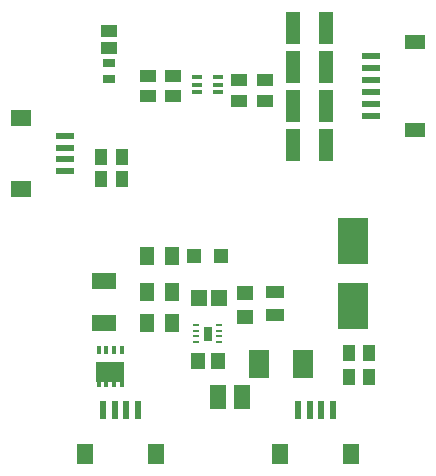
<source format=gtp>
G04 Layer_Color=7318015*
%FSLAX25Y25*%
%MOIN*%
G70*
G01*
G75*
%ADD10R,0.07087X0.04724*%
%ADD11R,0.06102X0.02362*%
%ADD12R,0.09843X0.15748*%
%ADD13R,0.02362X0.06102*%
%ADD14R,0.05512X0.07087*%
%ADD15R,0.06102X0.02362*%
%ADD16R,0.07087X0.05512*%
%ADD17R,0.01654X0.02756*%
%ADD18R,0.04921X0.06102*%
%ADD21R,0.05315X0.05709*%
%ADD22R,0.05512X0.08268*%
%ADD23R,0.05512X0.08268*%
%ADD24R,0.04528X0.05118*%
%ADD25R,0.05709X0.04724*%
%ADD26R,0.07874X0.05512*%
%ADD27R,0.04724X0.05512*%
%ADD28R,0.07087X0.09449*%
%ADD29R,0.05906X0.04331*%
%ADD30R,0.04921X0.10630*%
%ADD31R,0.04331X0.05512*%
%ADD32R,0.03543X0.01575*%
%ADD33R,0.05512X0.04331*%
%ADD34R,0.05315X0.03937*%
G04:AMPARAMS|DCode=35|XSize=39.37mil|YSize=28.35mil|CornerRadius=3.54mil|HoleSize=0mil|Usage=FLASHONLY|Rotation=180.000|XOffset=0mil|YOffset=0mil|HoleType=Round|Shape=RoundedRectangle|*
%AMROUNDEDRECTD35*
21,1,0.03937,0.02126,0,0,180.0*
21,1,0.03228,0.02835,0,0,180.0*
1,1,0.00709,-0.01614,0.01063*
1,1,0.00709,0.01614,0.01063*
1,1,0.00709,0.01614,-0.01063*
1,1,0.00709,-0.01614,-0.01063*
%
%ADD35ROUNDEDRECTD35*%
%ADD42R,0.09331X0.06693*%
%ADD58R,0.01969X0.00984*%
%ADD59R,0.02756X0.05118*%
%ADD60R,0.00000X0.02756*%
D10*
X235595Y241764D02*
D03*
Y212236D02*
D03*
D11*
X220831Y236842D02*
D03*
Y232906D02*
D03*
Y228969D02*
D03*
Y225031D02*
D03*
Y221094D02*
D03*
Y217158D02*
D03*
D12*
X215000Y153673D02*
D03*
Y175327D02*
D03*
D13*
X196595Y119087D02*
D03*
X200532D02*
D03*
X204468D02*
D03*
X208405D02*
D03*
X131595D02*
D03*
X135531D02*
D03*
X139469D02*
D03*
X143405D02*
D03*
D14*
X190689Y104323D02*
D03*
X214311D02*
D03*
X125689D02*
D03*
X149311D02*
D03*
D15*
X119087Y210405D02*
D03*
Y206469D02*
D03*
Y202532D02*
D03*
Y198594D02*
D03*
D16*
X104323Y216311D02*
D03*
Y192689D02*
D03*
D17*
X130161Y139012D02*
D03*
X132720D02*
D03*
X135280D02*
D03*
X137839D02*
D03*
X137839Y127988D02*
D03*
X135280D02*
D03*
X132720D02*
D03*
X130161D02*
D03*
D18*
X154535Y170500D02*
D03*
X146465D02*
D03*
X154535Y148000D02*
D03*
X146465D02*
D03*
X146465Y158500D02*
D03*
X154535D02*
D03*
D21*
X163752Y156500D02*
D03*
X170248D02*
D03*
D22*
X178134Y123500D02*
D03*
D23*
X169866D02*
D03*
D24*
X170929Y170500D02*
D03*
X162071D02*
D03*
D25*
X179000Y150063D02*
D03*
Y157937D02*
D03*
D26*
X132000Y147913D02*
D03*
Y162087D02*
D03*
D27*
X169846Y135500D02*
D03*
X163154D02*
D03*
D28*
X198480Y134500D02*
D03*
X183520D02*
D03*
D29*
X189000Y150563D02*
D03*
Y158437D02*
D03*
D30*
X206110Y246500D02*
D03*
X194890D02*
D03*
X206110Y233500D02*
D03*
X194890D02*
D03*
X206110Y220500D02*
D03*
X194890D02*
D03*
X206110Y207500D02*
D03*
X194890D02*
D03*
D31*
X131055Y203500D02*
D03*
X137945D02*
D03*
X131055Y196000D02*
D03*
X137945D02*
D03*
X213555Y130000D02*
D03*
X220445D02*
D03*
X213555Y138000D02*
D03*
X220445D02*
D03*
D32*
X170043Y230059D02*
D03*
Y227500D02*
D03*
Y224941D02*
D03*
X162957D02*
D03*
Y227500D02*
D03*
Y230059D02*
D03*
D33*
X146500Y223555D02*
D03*
Y230445D02*
D03*
X155000D02*
D03*
Y223555D02*
D03*
X185500Y228945D02*
D03*
Y222055D02*
D03*
X177000D02*
D03*
Y228945D02*
D03*
D34*
X133500Y239547D02*
D03*
Y245453D02*
D03*
D35*
Y229244D02*
D03*
Y234756D02*
D03*
D42*
X134000Y131728D02*
D03*
D58*
X170240Y147453D02*
D03*
Y145484D02*
D03*
Y143516D02*
D03*
Y141547D02*
D03*
X162760D02*
D03*
Y143516D02*
D03*
Y147453D02*
D03*
Y145484D02*
D03*
D59*
X166500Y144500D02*
D03*
D60*
X166500Y144500D02*
D03*
M02*

</source>
